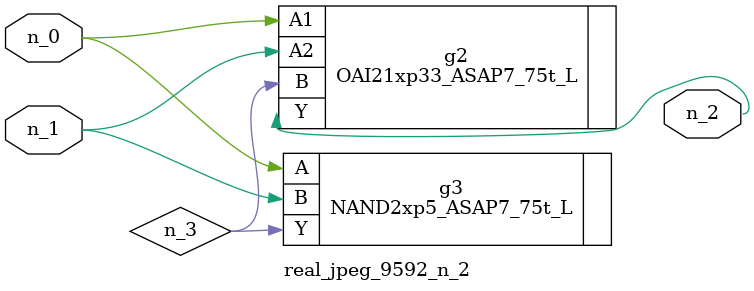
<source format=v>
module real_jpeg_9592_n_2 (n_1, n_0, n_2);

input n_1;
input n_0;

output n_2;

wire n_3;

OAI21xp33_ASAP7_75t_L g2 ( 
.A1(n_0),
.A2(n_1),
.B(n_3),
.Y(n_2)
);

NAND2xp5_ASAP7_75t_L g3 ( 
.A(n_0),
.B(n_1),
.Y(n_3)
);


endmodule
</source>
